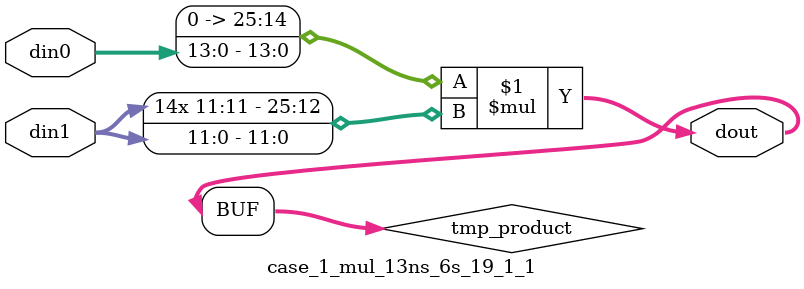
<source format=v>

`timescale 1 ns / 1 ps

 (* use_dsp = "no" *)  module case_1_mul_13ns_6s_19_1_1(din0, din1, dout);
parameter ID = 1;
parameter NUM_STAGE = 0;
parameter din0_WIDTH = 14;
parameter din1_WIDTH = 12;
parameter dout_WIDTH = 26;

input [din0_WIDTH - 1 : 0] din0; 
input [din1_WIDTH - 1 : 0] din1; 
output [dout_WIDTH - 1 : 0] dout;

wire signed [dout_WIDTH - 1 : 0] tmp_product;

























assign tmp_product = $signed({1'b0, din0}) * $signed(din1);










assign dout = tmp_product;





















endmodule

</source>
